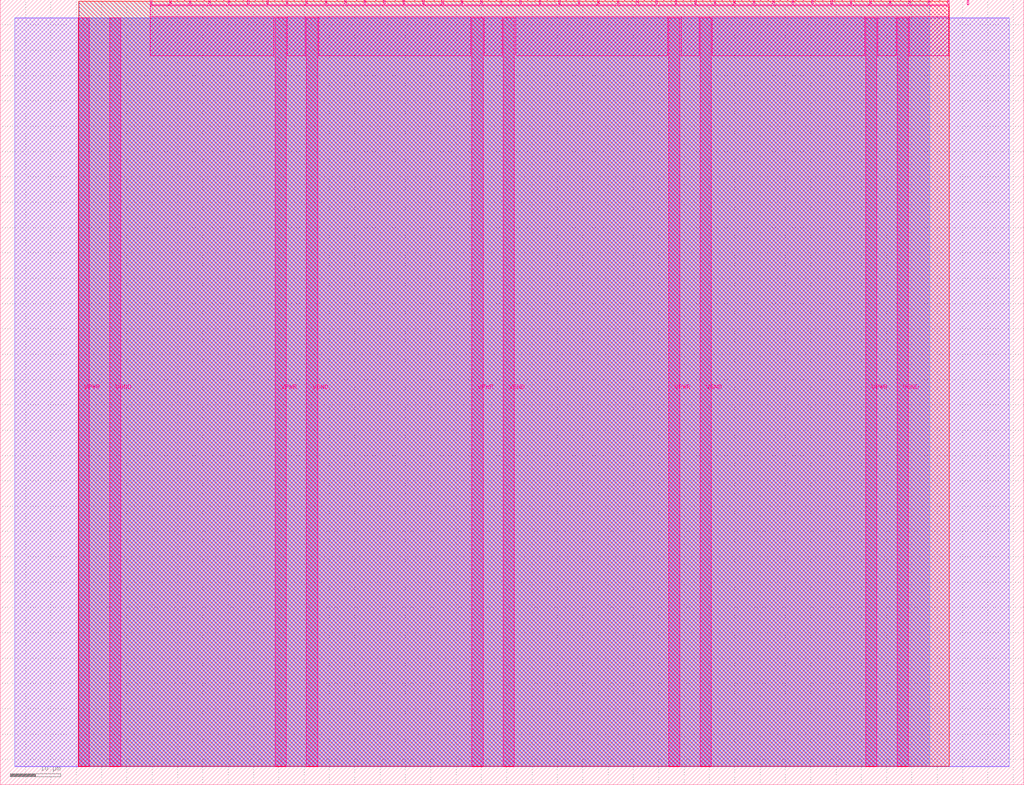
<source format=lef>
VERSION 5.7 ;
  NOWIREEXTENSIONATPIN ON ;
  DIVIDERCHAR "/" ;
  BUSBITCHARS "[]" ;
MACRO tt_um_bleeptrack_prism
  CLASS BLOCK ;
  FOREIGN tt_um_bleeptrack_prism ;
  ORIGIN 0.000 0.000 ;
  SIZE 202.080 BY 154.980 ;
  PIN VGND
    DIRECTION INOUT ;
    USE GROUND ;
    PORT
      LAYER Metal5 ;
        RECT 21.580 3.560 23.780 151.420 ;
    END
    PORT
      LAYER Metal5 ;
        RECT 60.450 3.560 62.650 151.420 ;
    END
    PORT
      LAYER Metal5 ;
        RECT 99.320 3.560 101.520 151.420 ;
    END
    PORT
      LAYER Metal5 ;
        RECT 138.190 3.560 140.390 151.420 ;
    END
    PORT
      LAYER Metal5 ;
        RECT 177.060 3.560 179.260 151.420 ;
    END
  END VGND
  PIN VPWR
    DIRECTION INOUT ;
    USE POWER ;
    PORT
      LAYER Metal5 ;
        RECT 15.380 3.560 17.580 151.420 ;
    END
    PORT
      LAYER Metal5 ;
        RECT 54.250 3.560 56.450 151.420 ;
    END
    PORT
      LAYER Metal5 ;
        RECT 93.120 3.560 95.320 151.420 ;
    END
    PORT
      LAYER Metal5 ;
        RECT 131.990 3.560 134.190 151.420 ;
    END
    PORT
      LAYER Metal5 ;
        RECT 170.860 3.560 173.060 151.420 ;
    END
  END VPWR
  PIN clk
    DIRECTION INPUT ;
    USE SIGNAL ;
    ANTENNAGATEAREA 0.213200 ;
    PORT
      LAYER Metal5 ;
        RECT 187.050 153.980 187.350 154.980 ;
    END
  END clk
  PIN ena
    DIRECTION INPUT ;
    USE SIGNAL ;
    PORT
      LAYER Metal5 ;
        RECT 190.890 153.980 191.190 154.980 ;
    END
  END ena
  PIN rst_n
    DIRECTION INPUT ;
    USE SIGNAL ;
    ANTENNAGATEAREA 0.426400 ;
    PORT
      LAYER Metal5 ;
        RECT 183.210 153.980 183.510 154.980 ;
    END
  END rst_n
  PIN ui_in[0]
    DIRECTION INPUT ;
    USE SIGNAL ;
    PORT
      LAYER Metal5 ;
        RECT 179.370 153.980 179.670 154.980 ;
    END
  END ui_in[0]
  PIN ui_in[1]
    DIRECTION INPUT ;
    USE SIGNAL ;
    PORT
      LAYER Metal5 ;
        RECT 175.530 153.980 175.830 154.980 ;
    END
  END ui_in[1]
  PIN ui_in[2]
    DIRECTION INPUT ;
    USE SIGNAL ;
    PORT
      LAYER Metal5 ;
        RECT 171.690 153.980 171.990 154.980 ;
    END
  END ui_in[2]
  PIN ui_in[3]
    DIRECTION INPUT ;
    USE SIGNAL ;
    PORT
      LAYER Metal5 ;
        RECT 167.850 153.980 168.150 154.980 ;
    END
  END ui_in[3]
  PIN ui_in[4]
    DIRECTION INPUT ;
    USE SIGNAL ;
    PORT
      LAYER Metal5 ;
        RECT 164.010 153.980 164.310 154.980 ;
    END
  END ui_in[4]
  PIN ui_in[5]
    DIRECTION INPUT ;
    USE SIGNAL ;
    PORT
      LAYER Metal5 ;
        RECT 160.170 153.980 160.470 154.980 ;
    END
  END ui_in[5]
  PIN ui_in[6]
    DIRECTION INPUT ;
    USE SIGNAL ;
    PORT
      LAYER Metal5 ;
        RECT 156.330 153.980 156.630 154.980 ;
    END
  END ui_in[6]
  PIN ui_in[7]
    DIRECTION INPUT ;
    USE SIGNAL ;
    PORT
      LAYER Metal5 ;
        RECT 152.490 153.980 152.790 154.980 ;
    END
  END ui_in[7]
  PIN uio_in[0]
    DIRECTION INPUT ;
    USE SIGNAL ;
    PORT
      LAYER Metal5 ;
        RECT 148.650 153.980 148.950 154.980 ;
    END
  END uio_in[0]
  PIN uio_in[1]
    DIRECTION INPUT ;
    USE SIGNAL ;
    PORT
      LAYER Metal5 ;
        RECT 144.810 153.980 145.110 154.980 ;
    END
  END uio_in[1]
  PIN uio_in[2]
    DIRECTION INPUT ;
    USE SIGNAL ;
    PORT
      LAYER Metal5 ;
        RECT 140.970 153.980 141.270 154.980 ;
    END
  END uio_in[2]
  PIN uio_in[3]
    DIRECTION INPUT ;
    USE SIGNAL ;
    PORT
      LAYER Metal5 ;
        RECT 137.130 153.980 137.430 154.980 ;
    END
  END uio_in[3]
  PIN uio_in[4]
    DIRECTION INPUT ;
    USE SIGNAL ;
    PORT
      LAYER Metal5 ;
        RECT 133.290 153.980 133.590 154.980 ;
    END
  END uio_in[4]
  PIN uio_in[5]
    DIRECTION INPUT ;
    USE SIGNAL ;
    PORT
      LAYER Metal5 ;
        RECT 129.450 153.980 129.750 154.980 ;
    END
  END uio_in[5]
  PIN uio_in[6]
    DIRECTION INPUT ;
    USE SIGNAL ;
    PORT
      LAYER Metal5 ;
        RECT 125.610 153.980 125.910 154.980 ;
    END
  END uio_in[6]
  PIN uio_in[7]
    DIRECTION INPUT ;
    USE SIGNAL ;
    PORT
      LAYER Metal5 ;
        RECT 121.770 153.980 122.070 154.980 ;
    END
  END uio_in[7]
  PIN uio_oe[0]
    DIRECTION OUTPUT ;
    USE SIGNAL ;
    ANTENNADIFFAREA 0.299200 ;
    PORT
      LAYER Metal5 ;
        RECT 56.490 153.980 56.790 154.980 ;
    END
  END uio_oe[0]
  PIN uio_oe[1]
    DIRECTION OUTPUT ;
    USE SIGNAL ;
    ANTENNADIFFAREA 0.299200 ;
    PORT
      LAYER Metal5 ;
        RECT 52.650 153.980 52.950 154.980 ;
    END
  END uio_oe[1]
  PIN uio_oe[2]
    DIRECTION OUTPUT ;
    USE SIGNAL ;
    ANTENNADIFFAREA 0.299200 ;
    PORT
      LAYER Metal5 ;
        RECT 48.810 153.980 49.110 154.980 ;
    END
  END uio_oe[2]
  PIN uio_oe[3]
    DIRECTION OUTPUT ;
    USE SIGNAL ;
    ANTENNADIFFAREA 0.299200 ;
    PORT
      LAYER Metal5 ;
        RECT 44.970 153.980 45.270 154.980 ;
    END
  END uio_oe[3]
  PIN uio_oe[4]
    DIRECTION OUTPUT ;
    USE SIGNAL ;
    ANTENNADIFFAREA 0.299200 ;
    PORT
      LAYER Metal5 ;
        RECT 41.130 153.980 41.430 154.980 ;
    END
  END uio_oe[4]
  PIN uio_oe[5]
    DIRECTION OUTPUT ;
    USE SIGNAL ;
    ANTENNADIFFAREA 0.299200 ;
    PORT
      LAYER Metal5 ;
        RECT 37.290 153.980 37.590 154.980 ;
    END
  END uio_oe[5]
  PIN uio_oe[6]
    DIRECTION OUTPUT ;
    USE SIGNAL ;
    ANTENNADIFFAREA 0.299200 ;
    PORT
      LAYER Metal5 ;
        RECT 33.450 153.980 33.750 154.980 ;
    END
  END uio_oe[6]
  PIN uio_oe[7]
    DIRECTION OUTPUT ;
    USE SIGNAL ;
    ANTENNADIFFAREA 0.299200 ;
    PORT
      LAYER Metal5 ;
        RECT 29.610 153.980 29.910 154.980 ;
    END
  END uio_oe[7]
  PIN uio_out[0]
    DIRECTION OUTPUT ;
    USE SIGNAL ;
    ANTENNADIFFAREA 0.299200 ;
    PORT
      LAYER Metal5 ;
        RECT 87.210 153.980 87.510 154.980 ;
    END
  END uio_out[0]
  PIN uio_out[1]
    DIRECTION OUTPUT ;
    USE SIGNAL ;
    ANTENNADIFFAREA 0.299200 ;
    PORT
      LAYER Metal5 ;
        RECT 83.370 153.980 83.670 154.980 ;
    END
  END uio_out[1]
  PIN uio_out[2]
    DIRECTION OUTPUT ;
    USE SIGNAL ;
    ANTENNADIFFAREA 0.299200 ;
    PORT
      LAYER Metal5 ;
        RECT 79.530 153.980 79.830 154.980 ;
    END
  END uio_out[2]
  PIN uio_out[3]
    DIRECTION OUTPUT ;
    USE SIGNAL ;
    ANTENNADIFFAREA 0.299200 ;
    PORT
      LAYER Metal5 ;
        RECT 75.690 153.980 75.990 154.980 ;
    END
  END uio_out[3]
  PIN uio_out[4]
    DIRECTION OUTPUT ;
    USE SIGNAL ;
    ANTENNADIFFAREA 0.299200 ;
    PORT
      LAYER Metal5 ;
        RECT 71.850 153.980 72.150 154.980 ;
    END
  END uio_out[4]
  PIN uio_out[5]
    DIRECTION OUTPUT ;
    USE SIGNAL ;
    ANTENNADIFFAREA 0.299200 ;
    PORT
      LAYER Metal5 ;
        RECT 68.010 153.980 68.310 154.980 ;
    END
  END uio_out[5]
  PIN uio_out[6]
    DIRECTION OUTPUT ;
    USE SIGNAL ;
    ANTENNADIFFAREA 0.299200 ;
    PORT
      LAYER Metal5 ;
        RECT 64.170 153.980 64.470 154.980 ;
    END
  END uio_out[6]
  PIN uio_out[7]
    DIRECTION OUTPUT ;
    USE SIGNAL ;
    ANTENNADIFFAREA 0.299200 ;
    PORT
      LAYER Metal5 ;
        RECT 60.330 153.980 60.630 154.980 ;
    END
  END uio_out[7]
  PIN uo_out[0]
    DIRECTION OUTPUT ;
    USE SIGNAL ;
    ANTENNADIFFAREA 0.988000 ;
    PORT
      LAYER Metal5 ;
        RECT 117.930 153.980 118.230 154.980 ;
    END
  END uo_out[0]
  PIN uo_out[1]
    DIRECTION OUTPUT ;
    USE SIGNAL ;
    ANTENNADIFFAREA 0.988000 ;
    PORT
      LAYER Metal5 ;
        RECT 114.090 153.980 114.390 154.980 ;
    END
  END uo_out[1]
  PIN uo_out[2]
    DIRECTION OUTPUT ;
    USE SIGNAL ;
    ANTENNADIFFAREA 0.988000 ;
    PORT
      LAYER Metal5 ;
        RECT 110.250 153.980 110.550 154.980 ;
    END
  END uo_out[2]
  PIN uo_out[3]
    DIRECTION OUTPUT ;
    USE SIGNAL ;
    ANTENNADIFFAREA 0.654800 ;
    PORT
      LAYER Metal5 ;
        RECT 106.410 153.980 106.710 154.980 ;
    END
  END uo_out[3]
  PIN uo_out[4]
    DIRECTION OUTPUT ;
    USE SIGNAL ;
    ANTENNADIFFAREA 0.988000 ;
    PORT
      LAYER Metal5 ;
        RECT 102.570 153.980 102.870 154.980 ;
    END
  END uo_out[4]
  PIN uo_out[5]
    DIRECTION OUTPUT ;
    USE SIGNAL ;
    ANTENNADIFFAREA 0.988000 ;
    PORT
      LAYER Metal5 ;
        RECT 98.730 153.980 99.030 154.980 ;
    END
  END uo_out[5]
  PIN uo_out[6]
    DIRECTION OUTPUT ;
    USE SIGNAL ;
    ANTENNADIFFAREA 0.988000 ;
    PORT
      LAYER Metal5 ;
        RECT 94.890 153.980 95.190 154.980 ;
    END
  END uo_out[6]
  PIN uo_out[7]
    DIRECTION OUTPUT ;
    USE SIGNAL ;
    ANTENNADIFFAREA 0.706800 ;
    PORT
      LAYER Metal5 ;
        RECT 91.050 153.980 91.350 154.980 ;
    END
  END uo_out[7]
  OBS
      LAYER GatPoly ;
        RECT 2.880 3.630 199.200 151.350 ;
      LAYER Metal1 ;
        RECT 2.880 3.560 199.200 151.420 ;
      LAYER Metal2 ;
        RECT 15.515 3.680 183.505 151.300 ;
      LAYER Metal3 ;
        RECT 15.560 3.635 183.460 154.705 ;
      LAYER Metal4 ;
        RECT 15.515 3.680 187.345 154.660 ;
      LAYER Metal5 ;
        RECT 30.120 153.770 33.240 153.980 ;
        RECT 33.960 153.770 37.080 153.980 ;
        RECT 37.800 153.770 40.920 153.980 ;
        RECT 41.640 153.770 44.760 153.980 ;
        RECT 45.480 153.770 48.600 153.980 ;
        RECT 49.320 153.770 52.440 153.980 ;
        RECT 53.160 153.770 56.280 153.980 ;
        RECT 57.000 153.770 60.120 153.980 ;
        RECT 60.840 153.770 63.960 153.980 ;
        RECT 64.680 153.770 67.800 153.980 ;
        RECT 68.520 153.770 71.640 153.980 ;
        RECT 72.360 153.770 75.480 153.980 ;
        RECT 76.200 153.770 79.320 153.980 ;
        RECT 80.040 153.770 83.160 153.980 ;
        RECT 83.880 153.770 87.000 153.980 ;
        RECT 87.720 153.770 90.840 153.980 ;
        RECT 91.560 153.770 94.680 153.980 ;
        RECT 95.400 153.770 98.520 153.980 ;
        RECT 99.240 153.770 102.360 153.980 ;
        RECT 103.080 153.770 106.200 153.980 ;
        RECT 106.920 153.770 110.040 153.980 ;
        RECT 110.760 153.770 113.880 153.980 ;
        RECT 114.600 153.770 117.720 153.980 ;
        RECT 118.440 153.770 121.560 153.980 ;
        RECT 122.280 153.770 125.400 153.980 ;
        RECT 126.120 153.770 129.240 153.980 ;
        RECT 129.960 153.770 133.080 153.980 ;
        RECT 133.800 153.770 136.920 153.980 ;
        RECT 137.640 153.770 140.760 153.980 ;
        RECT 141.480 153.770 144.600 153.980 ;
        RECT 145.320 153.770 148.440 153.980 ;
        RECT 149.160 153.770 152.280 153.980 ;
        RECT 153.000 153.770 156.120 153.980 ;
        RECT 156.840 153.770 159.960 153.980 ;
        RECT 160.680 153.770 163.800 153.980 ;
        RECT 164.520 153.770 167.640 153.980 ;
        RECT 168.360 153.770 171.480 153.980 ;
        RECT 172.200 153.770 175.320 153.980 ;
        RECT 176.040 153.770 179.160 153.980 ;
        RECT 179.880 153.770 183.000 153.980 ;
        RECT 183.720 153.770 186.840 153.980 ;
        RECT 29.660 151.630 187.300 153.770 ;
        RECT 29.660 143.915 54.040 151.630 ;
        RECT 56.660 143.915 60.240 151.630 ;
        RECT 62.860 143.915 92.910 151.630 ;
        RECT 95.530 143.915 99.110 151.630 ;
        RECT 101.730 143.915 131.780 151.630 ;
        RECT 134.400 143.915 137.980 151.630 ;
        RECT 140.600 143.915 170.650 151.630 ;
        RECT 173.270 143.915 176.850 151.630 ;
        RECT 179.470 143.915 187.300 151.630 ;
  END
END tt_um_bleeptrack_prism
END LIBRARY


</source>
